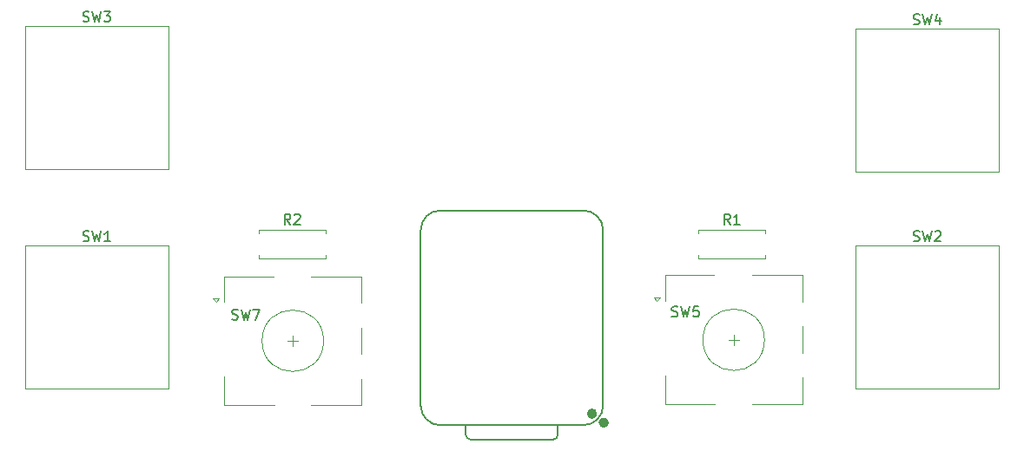
<source format=gbr>
%TF.GenerationSoftware,KiCad,Pcbnew,9.0.6*%
%TF.CreationDate,2025-12-07T01:16:21-05:00*%
%TF.ProjectId,Kigan's Lifeboard,4b696761-6e27-4732-904c-696665626f61,rev?*%
%TF.SameCoordinates,Original*%
%TF.FileFunction,Legend,Top*%
%TF.FilePolarity,Positive*%
%FSLAX46Y46*%
G04 Gerber Fmt 4.6, Leading zero omitted, Abs format (unit mm)*
G04 Created by KiCad (PCBNEW 9.0.6) date 2025-12-07 01:16:21*
%MOMM*%
%LPD*%
G01*
G04 APERTURE LIST*
%ADD10C,0.150000*%
%ADD11C,0.120000*%
%ADD12C,0.127000*%
%ADD13C,0.100000*%
%ADD14C,0.504000*%
G04 APERTURE END LIST*
D10*
X107125917Y-80037450D02*
X107268774Y-80085069D01*
X107268774Y-80085069D02*
X107506869Y-80085069D01*
X107506869Y-80085069D02*
X107602107Y-80037450D01*
X107602107Y-80037450D02*
X107649726Y-79989830D01*
X107649726Y-79989830D02*
X107697345Y-79894592D01*
X107697345Y-79894592D02*
X107697345Y-79799354D01*
X107697345Y-79799354D02*
X107649726Y-79704116D01*
X107649726Y-79704116D02*
X107602107Y-79656497D01*
X107602107Y-79656497D02*
X107506869Y-79608878D01*
X107506869Y-79608878D02*
X107316393Y-79561259D01*
X107316393Y-79561259D02*
X107221155Y-79513640D01*
X107221155Y-79513640D02*
X107173536Y-79466021D01*
X107173536Y-79466021D02*
X107125917Y-79370783D01*
X107125917Y-79370783D02*
X107125917Y-79275545D01*
X107125917Y-79275545D02*
X107173536Y-79180307D01*
X107173536Y-79180307D02*
X107221155Y-79132688D01*
X107221155Y-79132688D02*
X107316393Y-79085069D01*
X107316393Y-79085069D02*
X107554488Y-79085069D01*
X107554488Y-79085069D02*
X107697345Y-79132688D01*
X108030679Y-79085069D02*
X108268774Y-80085069D01*
X108268774Y-80085069D02*
X108459250Y-79370783D01*
X108459250Y-79370783D02*
X108649726Y-80085069D01*
X108649726Y-80085069D02*
X108887822Y-79085069D01*
X109173536Y-79085069D02*
X109792583Y-79085069D01*
X109792583Y-79085069D02*
X109459250Y-79466021D01*
X109459250Y-79466021D02*
X109602107Y-79466021D01*
X109602107Y-79466021D02*
X109697345Y-79513640D01*
X109697345Y-79513640D02*
X109744964Y-79561259D01*
X109744964Y-79561259D02*
X109792583Y-79656497D01*
X109792583Y-79656497D02*
X109792583Y-79894592D01*
X109792583Y-79894592D02*
X109744964Y-79989830D01*
X109744964Y-79989830D02*
X109697345Y-80037450D01*
X109697345Y-80037450D02*
X109602107Y-80085069D01*
X109602107Y-80085069D02*
X109316393Y-80085069D01*
X109316393Y-80085069D02*
X109221155Y-80037450D01*
X109221155Y-80037450D02*
X109173536Y-79989830D01*
X121656667Y-109127200D02*
X121799524Y-109174819D01*
X121799524Y-109174819D02*
X122037619Y-109174819D01*
X122037619Y-109174819D02*
X122132857Y-109127200D01*
X122132857Y-109127200D02*
X122180476Y-109079580D01*
X122180476Y-109079580D02*
X122228095Y-108984342D01*
X122228095Y-108984342D02*
X122228095Y-108889104D01*
X122228095Y-108889104D02*
X122180476Y-108793866D01*
X122180476Y-108793866D02*
X122132857Y-108746247D01*
X122132857Y-108746247D02*
X122037619Y-108698628D01*
X122037619Y-108698628D02*
X121847143Y-108651009D01*
X121847143Y-108651009D02*
X121751905Y-108603390D01*
X121751905Y-108603390D02*
X121704286Y-108555771D01*
X121704286Y-108555771D02*
X121656667Y-108460533D01*
X121656667Y-108460533D02*
X121656667Y-108365295D01*
X121656667Y-108365295D02*
X121704286Y-108270057D01*
X121704286Y-108270057D02*
X121751905Y-108222438D01*
X121751905Y-108222438D02*
X121847143Y-108174819D01*
X121847143Y-108174819D02*
X122085238Y-108174819D01*
X122085238Y-108174819D02*
X122228095Y-108222438D01*
X122561429Y-108174819D02*
X122799524Y-109174819D01*
X122799524Y-109174819D02*
X122990000Y-108460533D01*
X122990000Y-108460533D02*
X123180476Y-109174819D01*
X123180476Y-109174819D02*
X123418572Y-108174819D01*
X123704286Y-108174819D02*
X124370952Y-108174819D01*
X124370952Y-108174819D02*
X123942381Y-109174819D01*
X188088417Y-101468700D02*
X188231274Y-101516319D01*
X188231274Y-101516319D02*
X188469369Y-101516319D01*
X188469369Y-101516319D02*
X188564607Y-101468700D01*
X188564607Y-101468700D02*
X188612226Y-101421080D01*
X188612226Y-101421080D02*
X188659845Y-101325842D01*
X188659845Y-101325842D02*
X188659845Y-101230604D01*
X188659845Y-101230604D02*
X188612226Y-101135366D01*
X188612226Y-101135366D02*
X188564607Y-101087747D01*
X188564607Y-101087747D02*
X188469369Y-101040128D01*
X188469369Y-101040128D02*
X188278893Y-100992509D01*
X188278893Y-100992509D02*
X188183655Y-100944890D01*
X188183655Y-100944890D02*
X188136036Y-100897271D01*
X188136036Y-100897271D02*
X188088417Y-100802033D01*
X188088417Y-100802033D02*
X188088417Y-100706795D01*
X188088417Y-100706795D02*
X188136036Y-100611557D01*
X188136036Y-100611557D02*
X188183655Y-100563938D01*
X188183655Y-100563938D02*
X188278893Y-100516319D01*
X188278893Y-100516319D02*
X188516988Y-100516319D01*
X188516988Y-100516319D02*
X188659845Y-100563938D01*
X188993179Y-100516319D02*
X189231274Y-101516319D01*
X189231274Y-101516319D02*
X189421750Y-100802033D01*
X189421750Y-100802033D02*
X189612226Y-101516319D01*
X189612226Y-101516319D02*
X189850322Y-100516319D01*
X190183655Y-100611557D02*
X190231274Y-100563938D01*
X190231274Y-100563938D02*
X190326512Y-100516319D01*
X190326512Y-100516319D02*
X190564607Y-100516319D01*
X190564607Y-100516319D02*
X190659845Y-100563938D01*
X190659845Y-100563938D02*
X190707464Y-100611557D01*
X190707464Y-100611557D02*
X190755083Y-100706795D01*
X190755083Y-100706795D02*
X190755083Y-100802033D01*
X190755083Y-100802033D02*
X190707464Y-100944890D01*
X190707464Y-100944890D02*
X190136036Y-101516319D01*
X190136036Y-101516319D02*
X190755083Y-101516319D01*
X127342583Y-99876569D02*
X127009250Y-99400378D01*
X126771155Y-99876569D02*
X126771155Y-98876569D01*
X126771155Y-98876569D02*
X127152107Y-98876569D01*
X127152107Y-98876569D02*
X127247345Y-98924188D01*
X127247345Y-98924188D02*
X127294964Y-98971807D01*
X127294964Y-98971807D02*
X127342583Y-99067045D01*
X127342583Y-99067045D02*
X127342583Y-99209902D01*
X127342583Y-99209902D02*
X127294964Y-99305140D01*
X127294964Y-99305140D02*
X127247345Y-99352759D01*
X127247345Y-99352759D02*
X127152107Y-99400378D01*
X127152107Y-99400378D02*
X126771155Y-99400378D01*
X127723536Y-98971807D02*
X127771155Y-98924188D01*
X127771155Y-98924188D02*
X127866393Y-98876569D01*
X127866393Y-98876569D02*
X128104488Y-98876569D01*
X128104488Y-98876569D02*
X128199726Y-98924188D01*
X128199726Y-98924188D02*
X128247345Y-98971807D01*
X128247345Y-98971807D02*
X128294964Y-99067045D01*
X128294964Y-99067045D02*
X128294964Y-99162283D01*
X128294964Y-99162283D02*
X128247345Y-99305140D01*
X128247345Y-99305140D02*
X127675917Y-99876569D01*
X127675917Y-99876569D02*
X128294964Y-99876569D01*
X107125917Y-101468700D02*
X107268774Y-101516319D01*
X107268774Y-101516319D02*
X107506869Y-101516319D01*
X107506869Y-101516319D02*
X107602107Y-101468700D01*
X107602107Y-101468700D02*
X107649726Y-101421080D01*
X107649726Y-101421080D02*
X107697345Y-101325842D01*
X107697345Y-101325842D02*
X107697345Y-101230604D01*
X107697345Y-101230604D02*
X107649726Y-101135366D01*
X107649726Y-101135366D02*
X107602107Y-101087747D01*
X107602107Y-101087747D02*
X107506869Y-101040128D01*
X107506869Y-101040128D02*
X107316393Y-100992509D01*
X107316393Y-100992509D02*
X107221155Y-100944890D01*
X107221155Y-100944890D02*
X107173536Y-100897271D01*
X107173536Y-100897271D02*
X107125917Y-100802033D01*
X107125917Y-100802033D02*
X107125917Y-100706795D01*
X107125917Y-100706795D02*
X107173536Y-100611557D01*
X107173536Y-100611557D02*
X107221155Y-100563938D01*
X107221155Y-100563938D02*
X107316393Y-100516319D01*
X107316393Y-100516319D02*
X107554488Y-100516319D01*
X107554488Y-100516319D02*
X107697345Y-100563938D01*
X108030679Y-100516319D02*
X108268774Y-101516319D01*
X108268774Y-101516319D02*
X108459250Y-100802033D01*
X108459250Y-100802033D02*
X108649726Y-101516319D01*
X108649726Y-101516319D02*
X108887822Y-100516319D01*
X109792583Y-101516319D02*
X109221155Y-101516319D01*
X109506869Y-101516319D02*
X109506869Y-100516319D01*
X109506869Y-100516319D02*
X109411631Y-100659176D01*
X109411631Y-100659176D02*
X109316393Y-100754414D01*
X109316393Y-100754414D02*
X109221155Y-100802033D01*
X164526667Y-108837200D02*
X164669524Y-108884819D01*
X164669524Y-108884819D02*
X164907619Y-108884819D01*
X164907619Y-108884819D02*
X165002857Y-108837200D01*
X165002857Y-108837200D02*
X165050476Y-108789580D01*
X165050476Y-108789580D02*
X165098095Y-108694342D01*
X165098095Y-108694342D02*
X165098095Y-108599104D01*
X165098095Y-108599104D02*
X165050476Y-108503866D01*
X165050476Y-108503866D02*
X165002857Y-108456247D01*
X165002857Y-108456247D02*
X164907619Y-108408628D01*
X164907619Y-108408628D02*
X164717143Y-108361009D01*
X164717143Y-108361009D02*
X164621905Y-108313390D01*
X164621905Y-108313390D02*
X164574286Y-108265771D01*
X164574286Y-108265771D02*
X164526667Y-108170533D01*
X164526667Y-108170533D02*
X164526667Y-108075295D01*
X164526667Y-108075295D02*
X164574286Y-107980057D01*
X164574286Y-107980057D02*
X164621905Y-107932438D01*
X164621905Y-107932438D02*
X164717143Y-107884819D01*
X164717143Y-107884819D02*
X164955238Y-107884819D01*
X164955238Y-107884819D02*
X165098095Y-107932438D01*
X165431429Y-107884819D02*
X165669524Y-108884819D01*
X165669524Y-108884819D02*
X165860000Y-108170533D01*
X165860000Y-108170533D02*
X166050476Y-108884819D01*
X166050476Y-108884819D02*
X166288572Y-107884819D01*
X167145714Y-107884819D02*
X166669524Y-107884819D01*
X166669524Y-107884819D02*
X166621905Y-108361009D01*
X166621905Y-108361009D02*
X166669524Y-108313390D01*
X166669524Y-108313390D02*
X166764762Y-108265771D01*
X166764762Y-108265771D02*
X167002857Y-108265771D01*
X167002857Y-108265771D02*
X167098095Y-108313390D01*
X167098095Y-108313390D02*
X167145714Y-108361009D01*
X167145714Y-108361009D02*
X167193333Y-108456247D01*
X167193333Y-108456247D02*
X167193333Y-108694342D01*
X167193333Y-108694342D02*
X167145714Y-108789580D01*
X167145714Y-108789580D02*
X167098095Y-108837200D01*
X167098095Y-108837200D02*
X167002857Y-108884819D01*
X167002857Y-108884819D02*
X166764762Y-108884819D01*
X166764762Y-108884819D02*
X166669524Y-108837200D01*
X166669524Y-108837200D02*
X166621905Y-108789580D01*
X170205083Y-99876569D02*
X169871750Y-99400378D01*
X169633655Y-99876569D02*
X169633655Y-98876569D01*
X169633655Y-98876569D02*
X170014607Y-98876569D01*
X170014607Y-98876569D02*
X170109845Y-98924188D01*
X170109845Y-98924188D02*
X170157464Y-98971807D01*
X170157464Y-98971807D02*
X170205083Y-99067045D01*
X170205083Y-99067045D02*
X170205083Y-99209902D01*
X170205083Y-99209902D02*
X170157464Y-99305140D01*
X170157464Y-99305140D02*
X170109845Y-99352759D01*
X170109845Y-99352759D02*
X170014607Y-99400378D01*
X170014607Y-99400378D02*
X169633655Y-99400378D01*
X171157464Y-99876569D02*
X170586036Y-99876569D01*
X170871750Y-99876569D02*
X170871750Y-98876569D01*
X170871750Y-98876569D02*
X170776512Y-99019426D01*
X170776512Y-99019426D02*
X170681274Y-99114664D01*
X170681274Y-99114664D02*
X170586036Y-99162283D01*
X188088417Y-80321200D02*
X188231274Y-80368819D01*
X188231274Y-80368819D02*
X188469369Y-80368819D01*
X188469369Y-80368819D02*
X188564607Y-80321200D01*
X188564607Y-80321200D02*
X188612226Y-80273580D01*
X188612226Y-80273580D02*
X188659845Y-80178342D01*
X188659845Y-80178342D02*
X188659845Y-80083104D01*
X188659845Y-80083104D02*
X188612226Y-79987866D01*
X188612226Y-79987866D02*
X188564607Y-79940247D01*
X188564607Y-79940247D02*
X188469369Y-79892628D01*
X188469369Y-79892628D02*
X188278893Y-79845009D01*
X188278893Y-79845009D02*
X188183655Y-79797390D01*
X188183655Y-79797390D02*
X188136036Y-79749771D01*
X188136036Y-79749771D02*
X188088417Y-79654533D01*
X188088417Y-79654533D02*
X188088417Y-79559295D01*
X188088417Y-79559295D02*
X188136036Y-79464057D01*
X188136036Y-79464057D02*
X188183655Y-79416438D01*
X188183655Y-79416438D02*
X188278893Y-79368819D01*
X188278893Y-79368819D02*
X188516988Y-79368819D01*
X188516988Y-79368819D02*
X188659845Y-79416438D01*
X188993179Y-79368819D02*
X189231274Y-80368819D01*
X189231274Y-80368819D02*
X189421750Y-79654533D01*
X189421750Y-79654533D02*
X189612226Y-80368819D01*
X189612226Y-80368819D02*
X189850322Y-79368819D01*
X190659845Y-79702152D02*
X190659845Y-80368819D01*
X190421750Y-79321200D02*
X190183655Y-80035485D01*
X190183655Y-80035485D02*
X190802702Y-80035485D01*
D11*
%TO.C,SW3*%
X101474250Y-80519250D02*
X115444250Y-80519250D01*
X101474250Y-94489250D02*
X101474250Y-80519250D01*
X115444250Y-80519250D02*
X115444250Y-94489250D01*
X115444250Y-94489250D02*
X101474250Y-94489250D01*
%TO.C,SW7*%
X119780000Y-107140000D02*
X120380000Y-107140000D01*
X120080000Y-107440000D02*
X119780000Y-107140000D01*
X120380000Y-107140000D02*
X120080000Y-107440000D01*
X120880000Y-104940000D02*
X120880000Y-107440000D01*
X120880000Y-117540000D02*
X120880000Y-114740000D01*
X125680000Y-104940000D02*
X120880000Y-104940000D01*
X125780000Y-117540000D02*
X120880000Y-117540000D01*
X127080000Y-111240000D02*
X128080000Y-111240000D01*
X127580000Y-110740000D02*
X127580000Y-111740000D01*
X129380000Y-104940000D02*
X134280000Y-104940000D01*
X134280000Y-104940000D02*
X134280000Y-107540000D01*
X134280000Y-109940000D02*
X134280000Y-112540000D01*
X134280000Y-114940000D02*
X134280000Y-117540000D01*
X134280000Y-117540000D02*
X129380000Y-117540000D01*
X130580000Y-111240000D02*
G75*
G02*
X124580000Y-111240000I-3000000J0D01*
G01*
X124580000Y-111240000D02*
G75*
G02*
X130580000Y-111240000I3000000J0D01*
G01*
%TO.C,SW2*%
X182436750Y-101950500D02*
X196406750Y-101950500D01*
X182436750Y-115920500D02*
X182436750Y-101950500D01*
X196406750Y-101950500D02*
X196406750Y-115920500D01*
X196406750Y-115920500D02*
X182436750Y-115920500D01*
%TO.C,R2*%
X124239250Y-100421750D02*
X130779250Y-100421750D01*
X124239250Y-100751750D02*
X124239250Y-100421750D01*
X124239250Y-102831750D02*
X124239250Y-103161750D01*
X124239250Y-103161750D02*
X130779250Y-103161750D01*
X130779250Y-100421750D02*
X130779250Y-100751750D01*
X130779250Y-103161750D02*
X130779250Y-102831750D01*
%TO.C,SW1*%
X101474250Y-101950500D02*
X115444250Y-101950500D01*
X101474250Y-115920500D02*
X101474250Y-101950500D01*
X115444250Y-101950500D02*
X115444250Y-115920500D01*
X115444250Y-115920500D02*
X101474250Y-115920500D01*
%TO.C,SW5*%
X162760000Y-107040000D02*
X163360000Y-107040000D01*
X163060000Y-107340000D02*
X162760000Y-107040000D01*
X163360000Y-107040000D02*
X163060000Y-107340000D01*
X163860000Y-104840000D02*
X163860000Y-107340000D01*
X163860000Y-117440000D02*
X163860000Y-114640000D01*
X168660000Y-104840000D02*
X163860000Y-104840000D01*
X168760000Y-117440000D02*
X163860000Y-117440000D01*
X170060000Y-111140000D02*
X171060000Y-111140000D01*
X170560000Y-110640000D02*
X170560000Y-111640000D01*
X172360000Y-104840000D02*
X177260000Y-104840000D01*
X177260000Y-104840000D02*
X177260000Y-107440000D01*
X177260000Y-109840000D02*
X177260000Y-112440000D01*
X177260000Y-114840000D02*
X177260000Y-117440000D01*
X177260000Y-117440000D02*
X172360000Y-117440000D01*
X173560000Y-111140000D02*
G75*
G02*
X167560000Y-111140000I-3000000J0D01*
G01*
X167560000Y-111140000D02*
G75*
G02*
X173560000Y-111140000I3000000J0D01*
G01*
%TO.C,R1*%
X167101750Y-100421750D02*
X173641750Y-100421750D01*
X167101750Y-100751750D02*
X167101750Y-100421750D01*
X167101750Y-102831750D02*
X167101750Y-103161750D01*
X167101750Y-103161750D02*
X173641750Y-103161750D01*
X173641750Y-100421750D02*
X173641750Y-100751750D01*
X173641750Y-103161750D02*
X173641750Y-102831750D01*
%TO.C,SW4*%
X182436750Y-80803000D02*
X196406750Y-80803000D01*
X182436750Y-94773000D02*
X182436750Y-80803000D01*
X196406750Y-80803000D02*
X196406750Y-94773000D01*
X196406750Y-94773000D02*
X182436750Y-94773000D01*
D12*
%TO.C,U1*%
X140050500Y-100426500D02*
X140050500Y-117571500D01*
D13*
X141955500Y-119476500D02*
X155925500Y-119476500D01*
D12*
X141955500Y-119476500D02*
X155925500Y-119476500D01*
X144436500Y-120386500D02*
X144436500Y-119476500D01*
X152931772Y-120886500D02*
X144936500Y-120886500D01*
X153435500Y-119476500D02*
X153431772Y-120386772D01*
X155925500Y-98521500D02*
X141955500Y-98521500D01*
X157830500Y-100426500D02*
X157830500Y-117571500D01*
X140050500Y-100426500D02*
G75*
G02*
X141955500Y-98521500I1905000J0D01*
G01*
X141955500Y-119476500D02*
G75*
G02*
X140050500Y-117571500I0J1905000D01*
G01*
X144936500Y-120886500D02*
G75*
G02*
X144436500Y-120386500I0J500000D01*
G01*
X153431772Y-120386772D02*
G75*
G02*
X152931772Y-120886499I-500018J291D01*
G01*
X155925500Y-98521500D02*
G75*
G02*
X157830500Y-100426500I-1J-1905001D01*
G01*
X157830500Y-117571500D02*
G75*
G02*
X155925500Y-119476500I-1905001J1D01*
G01*
D14*
X156999500Y-118355500D02*
G75*
G02*
X156495500Y-118355500I-252000J0D01*
G01*
X156495500Y-118355500D02*
G75*
G02*
X156999500Y-118355500I252000J0D01*
G01*
X158142500Y-119235500D02*
G75*
G02*
X157638500Y-119235500I-252000J0D01*
G01*
X157638500Y-119235500D02*
G75*
G02*
X158142500Y-119235500I252000J0D01*
G01*
%TD*%
M02*

</source>
